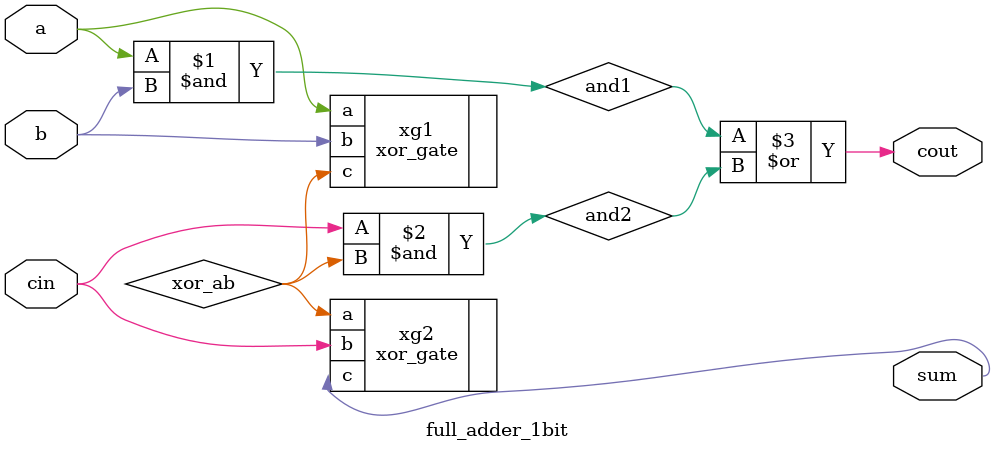
<source format=v>
`timescale 1ns / 1ps
module full_adder_1bit(
    input a,
    input b,
    input cin,
    output sum,
    output cout
);
    wire xor_ab;
    wire and1, and2;
    
    // Sum = a XOR b XOR cin (using XOR gate from Step 1)
    xor_gate xg1(.a(a), .b(b), .c(xor_ab));
    xor_gate xg2(.a(xor_ab), .b(cin), .c(sum));
    
    // Carry out = (a AND b) OR (cin AND (a XOR b))
    assign and1 = a & b;
    assign and2 = cin & xor_ab;
    assign cout = and1 | and2;
endmodule


</source>
